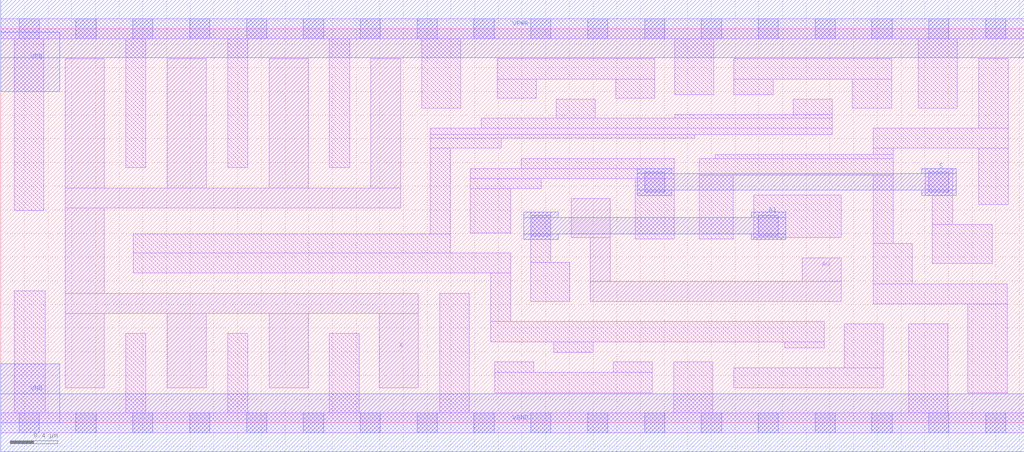
<source format=lef>
# Copyright 2020 The SkyWater PDK Authors
#
# Licensed under the Apache License, Version 2.0 (the "License");
# you may not use this file except in compliance with the License.
# You may obtain a copy of the License at
#
#     https://www.apache.org/licenses/LICENSE-2.0
#
# Unless required by applicable law or agreed to in writing, software
# distributed under the License is distributed on an "AS IS" BASIS,
# WITHOUT WARRANTIES OR CONDITIONS OF ANY KIND, either express or implied.
# See the License for the specific language governing permissions and
# limitations under the License.
#
# SPDX-License-Identifier: Apache-2.0

VERSION 5.5 ;
NAMESCASESENSITIVE ON ;
BUSBITCHARS "[]" ;
DIVIDERCHAR "/" ;
MACRO sky130_fd_sc_lp__mux2_8
  CLASS CORE ;
  SOURCE USER ;
  ORIGIN  0.000000  0.000000 ;
  SIZE  8.640000 BY  3.330000 ;
  SYMMETRY X Y R90 ;
  SITE unit ;
  PIN A0
    ANTENNAGATEAREA  0.492000 ;
    DIRECTION INPUT ;
    USE SIGNAL ;
    PORT
      LAYER li1 ;
        RECT 4.815000 1.565000 5.145000 1.895000 ;
        RECT 4.975000 1.025000 7.095000 1.195000 ;
        RECT 4.975000 1.195000 5.145000 1.565000 ;
        RECT 6.765000 1.195000 7.095000 1.395000 ;
    END
  END A0
  PIN A1
    ANTENNAPARTIALMETALSIDEAREA  1.533000 ;
    DIRECTION INPUT ;
    USE SIGNAL ;
    PORT
      LAYER met1 ;
        RECT 4.415000 1.550000 4.705000 1.595000 ;
        RECT 4.415000 1.595000 6.625000 1.735000 ;
        RECT 4.415000 1.735000 4.705000 1.780000 ;
        RECT 6.335000 1.550000 6.625000 1.595000 ;
        RECT 6.335000 1.735000 6.625000 1.780000 ;
    END
  END A1
  PIN S
    ANTENNADIFFAREA  3.565700 ;
    ANTENNAPARTIALMETALSIDEAREA  1.869000 ;
    DIRECTION INPUT ;
    USE SIGNAL ;
    PORT
      LAYER met1 ;
        RECT 5.375000 1.920000 5.665000 1.965000 ;
        RECT 5.375000 1.965000 8.065000 2.105000 ;
        RECT 5.375000 2.105000 5.665000 2.150000 ;
        RECT 7.775000 1.920000 8.065000 1.965000 ;
        RECT 7.775000 2.105000 8.065000 2.150000 ;
    END
  END S
  PIN X
    ANTENNADIFFAREA  2.352000 ;
    DIRECTION OUTPUT ;
    USE SIGNAL ;
    PORT
      LAYER li1 ;
        RECT 0.545000 0.295000 0.875000 0.925000 ;
        RECT 0.545000 0.925000 3.525000 1.095000 ;
        RECT 0.545000 1.095000 0.875000 1.815000 ;
        RECT 0.545000 1.815000 3.375000 1.985000 ;
        RECT 0.545000 1.985000 0.875000 3.075000 ;
        RECT 1.405000 0.295000 1.735000 0.925000 ;
        RECT 1.405000 1.985000 1.735000 3.075000 ;
        RECT 2.265000 0.295000 2.595000 0.925000 ;
        RECT 2.265000 1.985000 2.595000 3.075000 ;
        RECT 3.125000 1.985000 3.375000 3.075000 ;
        RECT 3.195000 0.295000 3.525000 0.925000 ;
    END
  END X
  PIN VGND
    DIRECTION INOUT ;
    USE GROUND ;
    PORT
      LAYER met1 ;
        RECT 0.000000 -0.245000 8.640000 0.245000 ;
    END
  END VGND
  PIN VNB
    DIRECTION INOUT ;
    USE GROUND ;
    PORT
      LAYER met1 ;
        RECT 0.000000 0.000000 0.500000 0.500000 ;
    END
  END VNB
  PIN VPB
    DIRECTION INOUT ;
    USE POWER ;
    PORT
      LAYER met1 ;
        RECT 0.000000 2.800000 0.500000 3.300000 ;
    END
  END VPB
  PIN VPWR
    DIRECTION INOUT ;
    USE POWER ;
    PORT
      LAYER met1 ;
        RECT 0.000000 3.085000 8.640000 3.575000 ;
    END
  END VPWR
  OBS
    LAYER li1 ;
      RECT 0.000000 -0.085000 8.640000 0.085000 ;
      RECT 0.000000  3.245000 8.640000 3.415000 ;
      RECT 0.115000  0.085000 0.375000 1.115000 ;
      RECT 0.115000  1.795000 0.365000 3.245000 ;
      RECT 1.055000  0.085000 1.225000 0.755000 ;
      RECT 1.055000  2.155000 1.225000 3.245000 ;
      RECT 1.120000  1.265000 4.305000 1.435000 ;
      RECT 1.120000  1.435000 3.795000 1.595000 ;
      RECT 1.915000  0.085000 2.085000 0.755000 ;
      RECT 1.915000  2.155000 2.085000 3.245000 ;
      RECT 2.775000  0.085000 3.025000 0.755000 ;
      RECT 2.775000  2.155000 2.945000 3.245000 ;
      RECT 3.555000  2.660000 3.885000 3.245000 ;
      RECT 3.625000  1.595000 3.795000 2.320000 ;
      RECT 3.625000  2.320000 4.225000 2.405000 ;
      RECT 3.625000  2.405000 5.860000 2.435000 ;
      RECT 3.625000  2.435000 7.020000 2.490000 ;
      RECT 3.705000  0.085000 3.955000 1.095000 ;
      RECT 3.965000  1.605000 4.305000 1.980000 ;
      RECT 3.965000  1.980000 4.565000 2.065000 ;
      RECT 3.965000  2.065000 5.685000 2.150000 ;
      RECT 4.055000  2.490000 7.020000 2.575000 ;
      RECT 4.135000  0.685000 6.950000 0.855000 ;
      RECT 4.135000  0.855000 4.305000 1.265000 ;
      RECT 4.170000  0.255000 5.500000 0.425000 ;
      RECT 4.170000  0.425000 4.500000 0.515000 ;
      RECT 4.190000  2.745000 4.520000 2.905000 ;
      RECT 4.190000  2.905000 5.520000 3.075000 ;
      RECT 4.395000  2.150000 5.685000 2.235000 ;
      RECT 4.475000  1.025000 4.805000 1.355000 ;
      RECT 4.475000  1.355000 4.645000 1.780000 ;
      RECT 4.670000  0.595000 5.000000 0.685000 ;
      RECT 4.690000  2.575000 5.020000 2.735000 ;
      RECT 5.170000  0.425000 5.500000 0.515000 ;
      RECT 5.190000  2.745000 5.520000 2.905000 ;
      RECT 5.355000  1.555000 5.685000 2.065000 ;
      RECT 5.680000  0.085000 6.010000 0.515000 ;
      RECT 5.690000  2.575000 7.020000 2.605000 ;
      RECT 5.690000  2.775000 6.020000 3.245000 ;
      RECT 5.895000  1.555000 6.185000 2.095000 ;
      RECT 5.895000  2.095000 7.535000 2.235000 ;
      RECT 6.030000  2.235000 7.535000 2.265000 ;
      RECT 6.190000  0.295000 7.450000 0.465000 ;
      RECT 6.190000  2.775000 6.520000 2.905000 ;
      RECT 6.190000  2.905000 7.520000 3.075000 ;
      RECT 6.355000  1.550000 6.595000 1.565000 ;
      RECT 6.355000  1.565000 7.095000 1.925000 ;
      RECT 6.620000  0.635000 6.950000 0.685000 ;
      RECT 6.690000  2.605000 7.020000 2.735000 ;
      RECT 7.120000  0.465000 7.450000 0.835000 ;
      RECT 7.190000  2.660000 7.520000 2.905000 ;
      RECT 7.365000  1.005000 8.495000 1.175000 ;
      RECT 7.365000  1.175000 7.695000 1.515000 ;
      RECT 7.365000  1.515000 7.535000 2.095000 ;
      RECT 7.365000  2.265000 7.535000 2.320000 ;
      RECT 7.365000  2.320000 8.505000 2.490000 ;
      RECT 7.665000  0.085000 7.995000 0.835000 ;
      RECT 7.745000  2.660000 8.075000 3.245000 ;
      RECT 7.805000  1.920000 8.035000 2.150000 ;
      RECT 7.865000  1.345000 8.370000 1.675000 ;
      RECT 7.865000  1.675000 8.035000 1.920000 ;
      RECT 8.165000  0.255000 8.495000 1.005000 ;
      RECT 8.255000  1.845000 8.505000 2.320000 ;
      RECT 8.255000  2.490000 8.505000 3.075000 ;
    LAYER mcon ;
      RECT 0.155000 -0.085000 0.325000 0.085000 ;
      RECT 0.155000  3.245000 0.325000 3.415000 ;
      RECT 0.635000 -0.085000 0.805000 0.085000 ;
      RECT 0.635000  3.245000 0.805000 3.415000 ;
      RECT 1.115000 -0.085000 1.285000 0.085000 ;
      RECT 1.115000  3.245000 1.285000 3.415000 ;
      RECT 1.595000 -0.085000 1.765000 0.085000 ;
      RECT 1.595000  3.245000 1.765000 3.415000 ;
      RECT 2.075000 -0.085000 2.245000 0.085000 ;
      RECT 2.075000  3.245000 2.245000 3.415000 ;
      RECT 2.555000 -0.085000 2.725000 0.085000 ;
      RECT 2.555000  3.245000 2.725000 3.415000 ;
      RECT 3.035000 -0.085000 3.205000 0.085000 ;
      RECT 3.035000  3.245000 3.205000 3.415000 ;
      RECT 3.515000 -0.085000 3.685000 0.085000 ;
      RECT 3.515000  3.245000 3.685000 3.415000 ;
      RECT 3.995000 -0.085000 4.165000 0.085000 ;
      RECT 3.995000  3.245000 4.165000 3.415000 ;
      RECT 4.475000 -0.085000 4.645000 0.085000 ;
      RECT 4.475000  1.580000 4.645000 1.750000 ;
      RECT 4.475000  3.245000 4.645000 3.415000 ;
      RECT 4.955000 -0.085000 5.125000 0.085000 ;
      RECT 4.955000  3.245000 5.125000 3.415000 ;
      RECT 5.435000 -0.085000 5.605000 0.085000 ;
      RECT 5.435000  1.950000 5.605000 2.120000 ;
      RECT 5.435000  3.245000 5.605000 3.415000 ;
      RECT 5.915000 -0.085000 6.085000 0.085000 ;
      RECT 5.915000  3.245000 6.085000 3.415000 ;
      RECT 6.395000 -0.085000 6.565000 0.085000 ;
      RECT 6.395000  1.580000 6.565000 1.750000 ;
      RECT 6.395000  3.245000 6.565000 3.415000 ;
      RECT 6.875000 -0.085000 7.045000 0.085000 ;
      RECT 6.875000  3.245000 7.045000 3.415000 ;
      RECT 7.355000 -0.085000 7.525000 0.085000 ;
      RECT 7.355000  3.245000 7.525000 3.415000 ;
      RECT 7.835000 -0.085000 8.005000 0.085000 ;
      RECT 7.835000  1.950000 8.005000 2.120000 ;
      RECT 7.835000  3.245000 8.005000 3.415000 ;
      RECT 8.315000 -0.085000 8.485000 0.085000 ;
      RECT 8.315000  3.245000 8.485000 3.415000 ;
  END
END sky130_fd_sc_lp__mux2_8

</source>
